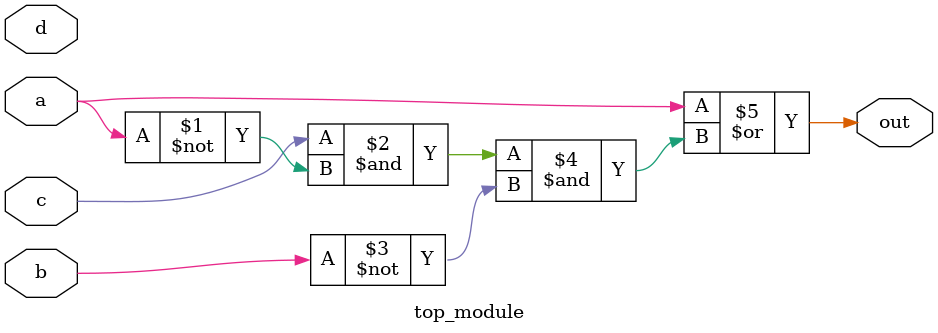
<source format=v>
module top_module(
    input a,
    input b,
    input c,
    input d,
    output out  ); 
    assign out = a | (c&~a&~b);
    
endmodule

</source>
